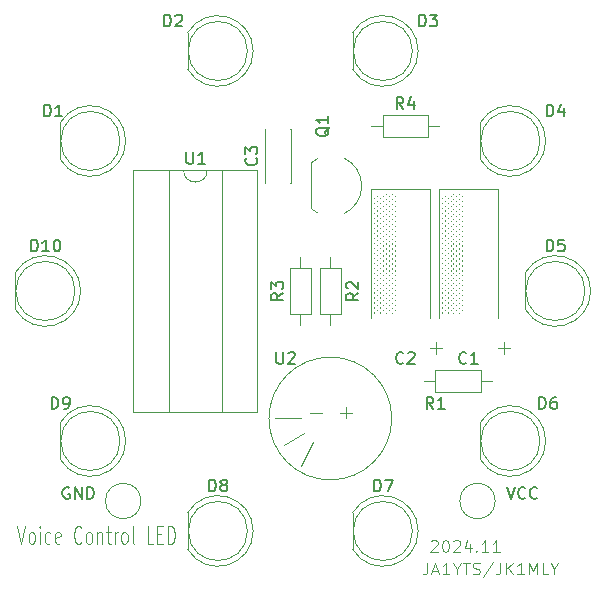
<source format=gbr>
%TF.GenerationSoftware,KiCad,Pcbnew,8.0.5*%
%TF.CreationDate,2024-11-23T09:58:25+09:00*%
%TF.ProjectId,voice4017,766f6963-6534-4303-9137-2e6b69636164,rev?*%
%TF.SameCoordinates,Original*%
%TF.FileFunction,Legend,Top*%
%TF.FilePolarity,Positive*%
%FSLAX46Y46*%
G04 Gerber Fmt 4.6, Leading zero omitted, Abs format (unit mm)*
G04 Created by KiCad (PCBNEW 8.0.5) date 2024-11-23 09:58:25*
%MOMM*%
%LPD*%
G01*
G04 APERTURE LIST*
%ADD10C,0.100000*%
%ADD11C,0.150000*%
%ADD12C,0.120000*%
G04 APERTURE END LIST*
D10*
X128431027Y-96101228D02*
X128764360Y-97601228D01*
X128764360Y-97601228D02*
X129097693Y-96101228D01*
X129573884Y-97601228D02*
X129478646Y-97529800D01*
X129478646Y-97529800D02*
X129431027Y-97458371D01*
X129431027Y-97458371D02*
X129383408Y-97315514D01*
X129383408Y-97315514D02*
X129383408Y-96886942D01*
X129383408Y-96886942D02*
X129431027Y-96744085D01*
X129431027Y-96744085D02*
X129478646Y-96672657D01*
X129478646Y-96672657D02*
X129573884Y-96601228D01*
X129573884Y-96601228D02*
X129716741Y-96601228D01*
X129716741Y-96601228D02*
X129811979Y-96672657D01*
X129811979Y-96672657D02*
X129859598Y-96744085D01*
X129859598Y-96744085D02*
X129907217Y-96886942D01*
X129907217Y-96886942D02*
X129907217Y-97315514D01*
X129907217Y-97315514D02*
X129859598Y-97458371D01*
X129859598Y-97458371D02*
X129811979Y-97529800D01*
X129811979Y-97529800D02*
X129716741Y-97601228D01*
X129716741Y-97601228D02*
X129573884Y-97601228D01*
X130335789Y-97601228D02*
X130335789Y-96601228D01*
X130335789Y-96101228D02*
X130288170Y-96172657D01*
X130288170Y-96172657D02*
X130335789Y-96244085D01*
X130335789Y-96244085D02*
X130383408Y-96172657D01*
X130383408Y-96172657D02*
X130335789Y-96101228D01*
X130335789Y-96101228D02*
X130335789Y-96244085D01*
X131240550Y-97529800D02*
X131145312Y-97601228D01*
X131145312Y-97601228D02*
X130954836Y-97601228D01*
X130954836Y-97601228D02*
X130859598Y-97529800D01*
X130859598Y-97529800D02*
X130811979Y-97458371D01*
X130811979Y-97458371D02*
X130764360Y-97315514D01*
X130764360Y-97315514D02*
X130764360Y-96886942D01*
X130764360Y-96886942D02*
X130811979Y-96744085D01*
X130811979Y-96744085D02*
X130859598Y-96672657D01*
X130859598Y-96672657D02*
X130954836Y-96601228D01*
X130954836Y-96601228D02*
X131145312Y-96601228D01*
X131145312Y-96601228D02*
X131240550Y-96672657D01*
X132050074Y-97529800D02*
X131954836Y-97601228D01*
X131954836Y-97601228D02*
X131764360Y-97601228D01*
X131764360Y-97601228D02*
X131669122Y-97529800D01*
X131669122Y-97529800D02*
X131621503Y-97386942D01*
X131621503Y-97386942D02*
X131621503Y-96815514D01*
X131621503Y-96815514D02*
X131669122Y-96672657D01*
X131669122Y-96672657D02*
X131764360Y-96601228D01*
X131764360Y-96601228D02*
X131954836Y-96601228D01*
X131954836Y-96601228D02*
X132050074Y-96672657D01*
X132050074Y-96672657D02*
X132097693Y-96815514D01*
X132097693Y-96815514D02*
X132097693Y-96958371D01*
X132097693Y-96958371D02*
X131621503Y-97101228D01*
X133859598Y-97458371D02*
X133811979Y-97529800D01*
X133811979Y-97529800D02*
X133669122Y-97601228D01*
X133669122Y-97601228D02*
X133573884Y-97601228D01*
X133573884Y-97601228D02*
X133431027Y-97529800D01*
X133431027Y-97529800D02*
X133335789Y-97386942D01*
X133335789Y-97386942D02*
X133288170Y-97244085D01*
X133288170Y-97244085D02*
X133240551Y-96958371D01*
X133240551Y-96958371D02*
X133240551Y-96744085D01*
X133240551Y-96744085D02*
X133288170Y-96458371D01*
X133288170Y-96458371D02*
X133335789Y-96315514D01*
X133335789Y-96315514D02*
X133431027Y-96172657D01*
X133431027Y-96172657D02*
X133573884Y-96101228D01*
X133573884Y-96101228D02*
X133669122Y-96101228D01*
X133669122Y-96101228D02*
X133811979Y-96172657D01*
X133811979Y-96172657D02*
X133859598Y-96244085D01*
X134431027Y-97601228D02*
X134335789Y-97529800D01*
X134335789Y-97529800D02*
X134288170Y-97458371D01*
X134288170Y-97458371D02*
X134240551Y-97315514D01*
X134240551Y-97315514D02*
X134240551Y-96886942D01*
X134240551Y-96886942D02*
X134288170Y-96744085D01*
X134288170Y-96744085D02*
X134335789Y-96672657D01*
X134335789Y-96672657D02*
X134431027Y-96601228D01*
X134431027Y-96601228D02*
X134573884Y-96601228D01*
X134573884Y-96601228D02*
X134669122Y-96672657D01*
X134669122Y-96672657D02*
X134716741Y-96744085D01*
X134716741Y-96744085D02*
X134764360Y-96886942D01*
X134764360Y-96886942D02*
X134764360Y-97315514D01*
X134764360Y-97315514D02*
X134716741Y-97458371D01*
X134716741Y-97458371D02*
X134669122Y-97529800D01*
X134669122Y-97529800D02*
X134573884Y-97601228D01*
X134573884Y-97601228D02*
X134431027Y-97601228D01*
X135192932Y-96601228D02*
X135192932Y-97601228D01*
X135192932Y-96744085D02*
X135240551Y-96672657D01*
X135240551Y-96672657D02*
X135335789Y-96601228D01*
X135335789Y-96601228D02*
X135478646Y-96601228D01*
X135478646Y-96601228D02*
X135573884Y-96672657D01*
X135573884Y-96672657D02*
X135621503Y-96815514D01*
X135621503Y-96815514D02*
X135621503Y-97601228D01*
X135954837Y-96601228D02*
X136335789Y-96601228D01*
X136097694Y-96101228D02*
X136097694Y-97386942D01*
X136097694Y-97386942D02*
X136145313Y-97529800D01*
X136145313Y-97529800D02*
X136240551Y-97601228D01*
X136240551Y-97601228D02*
X136335789Y-97601228D01*
X136669123Y-97601228D02*
X136669123Y-96601228D01*
X136669123Y-96886942D02*
X136716742Y-96744085D01*
X136716742Y-96744085D02*
X136764361Y-96672657D01*
X136764361Y-96672657D02*
X136859599Y-96601228D01*
X136859599Y-96601228D02*
X136954837Y-96601228D01*
X137431028Y-97601228D02*
X137335790Y-97529800D01*
X137335790Y-97529800D02*
X137288171Y-97458371D01*
X137288171Y-97458371D02*
X137240552Y-97315514D01*
X137240552Y-97315514D02*
X137240552Y-96886942D01*
X137240552Y-96886942D02*
X137288171Y-96744085D01*
X137288171Y-96744085D02*
X137335790Y-96672657D01*
X137335790Y-96672657D02*
X137431028Y-96601228D01*
X137431028Y-96601228D02*
X137573885Y-96601228D01*
X137573885Y-96601228D02*
X137669123Y-96672657D01*
X137669123Y-96672657D02*
X137716742Y-96744085D01*
X137716742Y-96744085D02*
X137764361Y-96886942D01*
X137764361Y-96886942D02*
X137764361Y-97315514D01*
X137764361Y-97315514D02*
X137716742Y-97458371D01*
X137716742Y-97458371D02*
X137669123Y-97529800D01*
X137669123Y-97529800D02*
X137573885Y-97601228D01*
X137573885Y-97601228D02*
X137431028Y-97601228D01*
X138335790Y-97601228D02*
X138240552Y-97529800D01*
X138240552Y-97529800D02*
X138192933Y-97386942D01*
X138192933Y-97386942D02*
X138192933Y-96101228D01*
X139954838Y-97601228D02*
X139478648Y-97601228D01*
X139478648Y-97601228D02*
X139478648Y-96101228D01*
X140288172Y-96815514D02*
X140621505Y-96815514D01*
X140764362Y-97601228D02*
X140288172Y-97601228D01*
X140288172Y-97601228D02*
X140288172Y-96101228D01*
X140288172Y-96101228D02*
X140764362Y-96101228D01*
X141192934Y-97601228D02*
X141192934Y-96101228D01*
X141192934Y-96101228D02*
X141431029Y-96101228D01*
X141431029Y-96101228D02*
X141573886Y-96172657D01*
X141573886Y-96172657D02*
X141669124Y-96315514D01*
X141669124Y-96315514D02*
X141716743Y-96458371D01*
X141716743Y-96458371D02*
X141764362Y-96744085D01*
X141764362Y-96744085D02*
X141764362Y-96958371D01*
X141764362Y-96958371D02*
X141716743Y-97244085D01*
X141716743Y-97244085D02*
X141669124Y-97386942D01*
X141669124Y-97386942D02*
X141573886Y-97529800D01*
X141573886Y-97529800D02*
X141431029Y-97601228D01*
X141431029Y-97601228D02*
X141192934Y-97601228D01*
X163149598Y-99202419D02*
X163149598Y-99916704D01*
X163149598Y-99916704D02*
X163101979Y-100059561D01*
X163101979Y-100059561D02*
X163006741Y-100154800D01*
X163006741Y-100154800D02*
X162863884Y-100202419D01*
X162863884Y-100202419D02*
X162768646Y-100202419D01*
X163578170Y-99916704D02*
X164054360Y-99916704D01*
X163482932Y-100202419D02*
X163816265Y-99202419D01*
X163816265Y-99202419D02*
X164149598Y-100202419D01*
X165006741Y-100202419D02*
X164435313Y-100202419D01*
X164721027Y-100202419D02*
X164721027Y-99202419D01*
X164721027Y-99202419D02*
X164625789Y-99345276D01*
X164625789Y-99345276D02*
X164530551Y-99440514D01*
X164530551Y-99440514D02*
X164435313Y-99488133D01*
X165625789Y-99726228D02*
X165625789Y-100202419D01*
X165292456Y-99202419D02*
X165625789Y-99726228D01*
X165625789Y-99726228D02*
X165959122Y-99202419D01*
X166149599Y-99202419D02*
X166721027Y-99202419D01*
X166435313Y-100202419D02*
X166435313Y-99202419D01*
X167006742Y-100154800D02*
X167149599Y-100202419D01*
X167149599Y-100202419D02*
X167387694Y-100202419D01*
X167387694Y-100202419D02*
X167482932Y-100154800D01*
X167482932Y-100154800D02*
X167530551Y-100107180D01*
X167530551Y-100107180D02*
X167578170Y-100011942D01*
X167578170Y-100011942D02*
X167578170Y-99916704D01*
X167578170Y-99916704D02*
X167530551Y-99821466D01*
X167530551Y-99821466D02*
X167482932Y-99773847D01*
X167482932Y-99773847D02*
X167387694Y-99726228D01*
X167387694Y-99726228D02*
X167197218Y-99678609D01*
X167197218Y-99678609D02*
X167101980Y-99630990D01*
X167101980Y-99630990D02*
X167054361Y-99583371D01*
X167054361Y-99583371D02*
X167006742Y-99488133D01*
X167006742Y-99488133D02*
X167006742Y-99392895D01*
X167006742Y-99392895D02*
X167054361Y-99297657D01*
X167054361Y-99297657D02*
X167101980Y-99250038D01*
X167101980Y-99250038D02*
X167197218Y-99202419D01*
X167197218Y-99202419D02*
X167435313Y-99202419D01*
X167435313Y-99202419D02*
X167578170Y-99250038D01*
X168721027Y-99154800D02*
X167863885Y-100440514D01*
X169340075Y-99202419D02*
X169340075Y-99916704D01*
X169340075Y-99916704D02*
X169292456Y-100059561D01*
X169292456Y-100059561D02*
X169197218Y-100154800D01*
X169197218Y-100154800D02*
X169054361Y-100202419D01*
X169054361Y-100202419D02*
X168959123Y-100202419D01*
X169816266Y-100202419D02*
X169816266Y-99202419D01*
X170387694Y-100202419D02*
X169959123Y-99630990D01*
X170387694Y-99202419D02*
X169816266Y-99773847D01*
X171340075Y-100202419D02*
X170768647Y-100202419D01*
X171054361Y-100202419D02*
X171054361Y-99202419D01*
X171054361Y-99202419D02*
X170959123Y-99345276D01*
X170959123Y-99345276D02*
X170863885Y-99440514D01*
X170863885Y-99440514D02*
X170768647Y-99488133D01*
X171768647Y-100202419D02*
X171768647Y-99202419D01*
X171768647Y-99202419D02*
X172101980Y-99916704D01*
X172101980Y-99916704D02*
X172435313Y-99202419D01*
X172435313Y-99202419D02*
X172435313Y-100202419D01*
X173387694Y-100202419D02*
X172911504Y-100202419D01*
X172911504Y-100202419D02*
X172911504Y-99202419D01*
X173911504Y-99726228D02*
X173911504Y-100202419D01*
X173578171Y-99202419D02*
X173911504Y-99726228D01*
X173911504Y-99726228D02*
X174244837Y-99202419D01*
X163451265Y-97392657D02*
X163498884Y-97345038D01*
X163498884Y-97345038D02*
X163594122Y-97297419D01*
X163594122Y-97297419D02*
X163832217Y-97297419D01*
X163832217Y-97297419D02*
X163927455Y-97345038D01*
X163927455Y-97345038D02*
X163975074Y-97392657D01*
X163975074Y-97392657D02*
X164022693Y-97487895D01*
X164022693Y-97487895D02*
X164022693Y-97583133D01*
X164022693Y-97583133D02*
X163975074Y-97725990D01*
X163975074Y-97725990D02*
X163403646Y-98297419D01*
X163403646Y-98297419D02*
X164022693Y-98297419D01*
X164641741Y-97297419D02*
X164736979Y-97297419D01*
X164736979Y-97297419D02*
X164832217Y-97345038D01*
X164832217Y-97345038D02*
X164879836Y-97392657D01*
X164879836Y-97392657D02*
X164927455Y-97487895D01*
X164927455Y-97487895D02*
X164975074Y-97678371D01*
X164975074Y-97678371D02*
X164975074Y-97916466D01*
X164975074Y-97916466D02*
X164927455Y-98106942D01*
X164927455Y-98106942D02*
X164879836Y-98202180D01*
X164879836Y-98202180D02*
X164832217Y-98249800D01*
X164832217Y-98249800D02*
X164736979Y-98297419D01*
X164736979Y-98297419D02*
X164641741Y-98297419D01*
X164641741Y-98297419D02*
X164546503Y-98249800D01*
X164546503Y-98249800D02*
X164498884Y-98202180D01*
X164498884Y-98202180D02*
X164451265Y-98106942D01*
X164451265Y-98106942D02*
X164403646Y-97916466D01*
X164403646Y-97916466D02*
X164403646Y-97678371D01*
X164403646Y-97678371D02*
X164451265Y-97487895D01*
X164451265Y-97487895D02*
X164498884Y-97392657D01*
X164498884Y-97392657D02*
X164546503Y-97345038D01*
X164546503Y-97345038D02*
X164641741Y-97297419D01*
X165356027Y-97392657D02*
X165403646Y-97345038D01*
X165403646Y-97345038D02*
X165498884Y-97297419D01*
X165498884Y-97297419D02*
X165736979Y-97297419D01*
X165736979Y-97297419D02*
X165832217Y-97345038D01*
X165832217Y-97345038D02*
X165879836Y-97392657D01*
X165879836Y-97392657D02*
X165927455Y-97487895D01*
X165927455Y-97487895D02*
X165927455Y-97583133D01*
X165927455Y-97583133D02*
X165879836Y-97725990D01*
X165879836Y-97725990D02*
X165308408Y-98297419D01*
X165308408Y-98297419D02*
X165927455Y-98297419D01*
X166784598Y-97630752D02*
X166784598Y-98297419D01*
X166546503Y-97249800D02*
X166308408Y-97964085D01*
X166308408Y-97964085D02*
X166927455Y-97964085D01*
X167308408Y-98202180D02*
X167356027Y-98249800D01*
X167356027Y-98249800D02*
X167308408Y-98297419D01*
X167308408Y-98297419D02*
X167260789Y-98249800D01*
X167260789Y-98249800D02*
X167308408Y-98202180D01*
X167308408Y-98202180D02*
X167308408Y-98297419D01*
X168308407Y-98297419D02*
X167736979Y-98297419D01*
X168022693Y-98297419D02*
X168022693Y-97297419D01*
X168022693Y-97297419D02*
X167927455Y-97440276D01*
X167927455Y-97440276D02*
X167832217Y-97535514D01*
X167832217Y-97535514D02*
X167736979Y-97583133D01*
X169260788Y-98297419D02*
X168689360Y-98297419D01*
X168975074Y-98297419D02*
X168975074Y-97297419D01*
X168975074Y-97297419D02*
X168879836Y-97440276D01*
X168879836Y-97440276D02*
X168784598Y-97535514D01*
X168784598Y-97535514D02*
X168689360Y-97583133D01*
D11*
X129595714Y-72844819D02*
X129595714Y-71844819D01*
X129595714Y-71844819D02*
X129833809Y-71844819D01*
X129833809Y-71844819D02*
X129976666Y-71892438D01*
X129976666Y-71892438D02*
X130071904Y-71987676D01*
X130071904Y-71987676D02*
X130119523Y-72082914D01*
X130119523Y-72082914D02*
X130167142Y-72273390D01*
X130167142Y-72273390D02*
X130167142Y-72416247D01*
X130167142Y-72416247D02*
X130119523Y-72606723D01*
X130119523Y-72606723D02*
X130071904Y-72701961D01*
X130071904Y-72701961D02*
X129976666Y-72797200D01*
X129976666Y-72797200D02*
X129833809Y-72844819D01*
X129833809Y-72844819D02*
X129595714Y-72844819D01*
X131119523Y-72844819D02*
X130548095Y-72844819D01*
X130833809Y-72844819D02*
X130833809Y-71844819D01*
X130833809Y-71844819D02*
X130738571Y-71987676D01*
X130738571Y-71987676D02*
X130643333Y-72082914D01*
X130643333Y-72082914D02*
X130548095Y-72130533D01*
X131738571Y-71844819D02*
X131833809Y-71844819D01*
X131833809Y-71844819D02*
X131929047Y-71892438D01*
X131929047Y-71892438D02*
X131976666Y-71940057D01*
X131976666Y-71940057D02*
X132024285Y-72035295D01*
X132024285Y-72035295D02*
X132071904Y-72225771D01*
X132071904Y-72225771D02*
X132071904Y-72463866D01*
X132071904Y-72463866D02*
X132024285Y-72654342D01*
X132024285Y-72654342D02*
X131976666Y-72749580D01*
X131976666Y-72749580D02*
X131929047Y-72797200D01*
X131929047Y-72797200D02*
X131833809Y-72844819D01*
X131833809Y-72844819D02*
X131738571Y-72844819D01*
X131738571Y-72844819D02*
X131643333Y-72797200D01*
X131643333Y-72797200D02*
X131595714Y-72749580D01*
X131595714Y-72749580D02*
X131548095Y-72654342D01*
X131548095Y-72654342D02*
X131500476Y-72463866D01*
X131500476Y-72463866D02*
X131500476Y-72225771D01*
X131500476Y-72225771D02*
X131548095Y-72035295D01*
X131548095Y-72035295D02*
X131595714Y-71940057D01*
X131595714Y-71940057D02*
X131643333Y-71892438D01*
X131643333Y-71892438D02*
X131738571Y-71844819D01*
X131341905Y-86179819D02*
X131341905Y-85179819D01*
X131341905Y-85179819D02*
X131580000Y-85179819D01*
X131580000Y-85179819D02*
X131722857Y-85227438D01*
X131722857Y-85227438D02*
X131818095Y-85322676D01*
X131818095Y-85322676D02*
X131865714Y-85417914D01*
X131865714Y-85417914D02*
X131913333Y-85608390D01*
X131913333Y-85608390D02*
X131913333Y-85751247D01*
X131913333Y-85751247D02*
X131865714Y-85941723D01*
X131865714Y-85941723D02*
X131818095Y-86036961D01*
X131818095Y-86036961D02*
X131722857Y-86132200D01*
X131722857Y-86132200D02*
X131580000Y-86179819D01*
X131580000Y-86179819D02*
X131341905Y-86179819D01*
X132389524Y-86179819D02*
X132580000Y-86179819D01*
X132580000Y-86179819D02*
X132675238Y-86132200D01*
X132675238Y-86132200D02*
X132722857Y-86084580D01*
X132722857Y-86084580D02*
X132818095Y-85941723D01*
X132818095Y-85941723D02*
X132865714Y-85751247D01*
X132865714Y-85751247D02*
X132865714Y-85370295D01*
X132865714Y-85370295D02*
X132818095Y-85275057D01*
X132818095Y-85275057D02*
X132770476Y-85227438D01*
X132770476Y-85227438D02*
X132675238Y-85179819D01*
X132675238Y-85179819D02*
X132484762Y-85179819D01*
X132484762Y-85179819D02*
X132389524Y-85227438D01*
X132389524Y-85227438D02*
X132341905Y-85275057D01*
X132341905Y-85275057D02*
X132294286Y-85370295D01*
X132294286Y-85370295D02*
X132294286Y-85608390D01*
X132294286Y-85608390D02*
X132341905Y-85703628D01*
X132341905Y-85703628D02*
X132389524Y-85751247D01*
X132389524Y-85751247D02*
X132484762Y-85798866D01*
X132484762Y-85798866D02*
X132675238Y-85798866D01*
X132675238Y-85798866D02*
X132770476Y-85751247D01*
X132770476Y-85751247D02*
X132818095Y-85703628D01*
X132818095Y-85703628D02*
X132865714Y-85608390D01*
X144676905Y-93164819D02*
X144676905Y-92164819D01*
X144676905Y-92164819D02*
X144915000Y-92164819D01*
X144915000Y-92164819D02*
X145057857Y-92212438D01*
X145057857Y-92212438D02*
X145153095Y-92307676D01*
X145153095Y-92307676D02*
X145200714Y-92402914D01*
X145200714Y-92402914D02*
X145248333Y-92593390D01*
X145248333Y-92593390D02*
X145248333Y-92736247D01*
X145248333Y-92736247D02*
X145200714Y-92926723D01*
X145200714Y-92926723D02*
X145153095Y-93021961D01*
X145153095Y-93021961D02*
X145057857Y-93117200D01*
X145057857Y-93117200D02*
X144915000Y-93164819D01*
X144915000Y-93164819D02*
X144676905Y-93164819D01*
X145819762Y-92593390D02*
X145724524Y-92545771D01*
X145724524Y-92545771D02*
X145676905Y-92498152D01*
X145676905Y-92498152D02*
X145629286Y-92402914D01*
X145629286Y-92402914D02*
X145629286Y-92355295D01*
X145629286Y-92355295D02*
X145676905Y-92260057D01*
X145676905Y-92260057D02*
X145724524Y-92212438D01*
X145724524Y-92212438D02*
X145819762Y-92164819D01*
X145819762Y-92164819D02*
X146010238Y-92164819D01*
X146010238Y-92164819D02*
X146105476Y-92212438D01*
X146105476Y-92212438D02*
X146153095Y-92260057D01*
X146153095Y-92260057D02*
X146200714Y-92355295D01*
X146200714Y-92355295D02*
X146200714Y-92402914D01*
X146200714Y-92402914D02*
X146153095Y-92498152D01*
X146153095Y-92498152D02*
X146105476Y-92545771D01*
X146105476Y-92545771D02*
X146010238Y-92593390D01*
X146010238Y-92593390D02*
X145819762Y-92593390D01*
X145819762Y-92593390D02*
X145724524Y-92641009D01*
X145724524Y-92641009D02*
X145676905Y-92688628D01*
X145676905Y-92688628D02*
X145629286Y-92783866D01*
X145629286Y-92783866D02*
X145629286Y-92974342D01*
X145629286Y-92974342D02*
X145676905Y-93069580D01*
X145676905Y-93069580D02*
X145724524Y-93117200D01*
X145724524Y-93117200D02*
X145819762Y-93164819D01*
X145819762Y-93164819D02*
X146010238Y-93164819D01*
X146010238Y-93164819D02*
X146105476Y-93117200D01*
X146105476Y-93117200D02*
X146153095Y-93069580D01*
X146153095Y-93069580D02*
X146200714Y-92974342D01*
X146200714Y-92974342D02*
X146200714Y-92783866D01*
X146200714Y-92783866D02*
X146153095Y-92688628D01*
X146153095Y-92688628D02*
X146105476Y-92641009D01*
X146105476Y-92641009D02*
X146010238Y-92593390D01*
X158646905Y-93164819D02*
X158646905Y-92164819D01*
X158646905Y-92164819D02*
X158885000Y-92164819D01*
X158885000Y-92164819D02*
X159027857Y-92212438D01*
X159027857Y-92212438D02*
X159123095Y-92307676D01*
X159123095Y-92307676D02*
X159170714Y-92402914D01*
X159170714Y-92402914D02*
X159218333Y-92593390D01*
X159218333Y-92593390D02*
X159218333Y-92736247D01*
X159218333Y-92736247D02*
X159170714Y-92926723D01*
X159170714Y-92926723D02*
X159123095Y-93021961D01*
X159123095Y-93021961D02*
X159027857Y-93117200D01*
X159027857Y-93117200D02*
X158885000Y-93164819D01*
X158885000Y-93164819D02*
X158646905Y-93164819D01*
X159551667Y-92164819D02*
X160218333Y-92164819D01*
X160218333Y-92164819D02*
X159789762Y-93164819D01*
X172616905Y-86179819D02*
X172616905Y-85179819D01*
X172616905Y-85179819D02*
X172855000Y-85179819D01*
X172855000Y-85179819D02*
X172997857Y-85227438D01*
X172997857Y-85227438D02*
X173093095Y-85322676D01*
X173093095Y-85322676D02*
X173140714Y-85417914D01*
X173140714Y-85417914D02*
X173188333Y-85608390D01*
X173188333Y-85608390D02*
X173188333Y-85751247D01*
X173188333Y-85751247D02*
X173140714Y-85941723D01*
X173140714Y-85941723D02*
X173093095Y-86036961D01*
X173093095Y-86036961D02*
X172997857Y-86132200D01*
X172997857Y-86132200D02*
X172855000Y-86179819D01*
X172855000Y-86179819D02*
X172616905Y-86179819D01*
X174045476Y-85179819D02*
X173855000Y-85179819D01*
X173855000Y-85179819D02*
X173759762Y-85227438D01*
X173759762Y-85227438D02*
X173712143Y-85275057D01*
X173712143Y-85275057D02*
X173616905Y-85417914D01*
X173616905Y-85417914D02*
X173569286Y-85608390D01*
X173569286Y-85608390D02*
X173569286Y-85989342D01*
X173569286Y-85989342D02*
X173616905Y-86084580D01*
X173616905Y-86084580D02*
X173664524Y-86132200D01*
X173664524Y-86132200D02*
X173759762Y-86179819D01*
X173759762Y-86179819D02*
X173950238Y-86179819D01*
X173950238Y-86179819D02*
X174045476Y-86132200D01*
X174045476Y-86132200D02*
X174093095Y-86084580D01*
X174093095Y-86084580D02*
X174140714Y-85989342D01*
X174140714Y-85989342D02*
X174140714Y-85751247D01*
X174140714Y-85751247D02*
X174093095Y-85656009D01*
X174093095Y-85656009D02*
X174045476Y-85608390D01*
X174045476Y-85608390D02*
X173950238Y-85560771D01*
X173950238Y-85560771D02*
X173759762Y-85560771D01*
X173759762Y-85560771D02*
X173664524Y-85608390D01*
X173664524Y-85608390D02*
X173616905Y-85656009D01*
X173616905Y-85656009D02*
X173569286Y-85751247D01*
X173251905Y-72844819D02*
X173251905Y-71844819D01*
X173251905Y-71844819D02*
X173490000Y-71844819D01*
X173490000Y-71844819D02*
X173632857Y-71892438D01*
X173632857Y-71892438D02*
X173728095Y-71987676D01*
X173728095Y-71987676D02*
X173775714Y-72082914D01*
X173775714Y-72082914D02*
X173823333Y-72273390D01*
X173823333Y-72273390D02*
X173823333Y-72416247D01*
X173823333Y-72416247D02*
X173775714Y-72606723D01*
X173775714Y-72606723D02*
X173728095Y-72701961D01*
X173728095Y-72701961D02*
X173632857Y-72797200D01*
X173632857Y-72797200D02*
X173490000Y-72844819D01*
X173490000Y-72844819D02*
X173251905Y-72844819D01*
X174728095Y-71844819D02*
X174251905Y-71844819D01*
X174251905Y-71844819D02*
X174204286Y-72321009D01*
X174204286Y-72321009D02*
X174251905Y-72273390D01*
X174251905Y-72273390D02*
X174347143Y-72225771D01*
X174347143Y-72225771D02*
X174585238Y-72225771D01*
X174585238Y-72225771D02*
X174680476Y-72273390D01*
X174680476Y-72273390D02*
X174728095Y-72321009D01*
X174728095Y-72321009D02*
X174775714Y-72416247D01*
X174775714Y-72416247D02*
X174775714Y-72654342D01*
X174775714Y-72654342D02*
X174728095Y-72749580D01*
X174728095Y-72749580D02*
X174680476Y-72797200D01*
X174680476Y-72797200D02*
X174585238Y-72844819D01*
X174585238Y-72844819D02*
X174347143Y-72844819D01*
X174347143Y-72844819D02*
X174251905Y-72797200D01*
X174251905Y-72797200D02*
X174204286Y-72749580D01*
X173251905Y-61414819D02*
X173251905Y-60414819D01*
X173251905Y-60414819D02*
X173490000Y-60414819D01*
X173490000Y-60414819D02*
X173632857Y-60462438D01*
X173632857Y-60462438D02*
X173728095Y-60557676D01*
X173728095Y-60557676D02*
X173775714Y-60652914D01*
X173775714Y-60652914D02*
X173823333Y-60843390D01*
X173823333Y-60843390D02*
X173823333Y-60986247D01*
X173823333Y-60986247D02*
X173775714Y-61176723D01*
X173775714Y-61176723D02*
X173728095Y-61271961D01*
X173728095Y-61271961D02*
X173632857Y-61367200D01*
X173632857Y-61367200D02*
X173490000Y-61414819D01*
X173490000Y-61414819D02*
X173251905Y-61414819D01*
X174680476Y-60748152D02*
X174680476Y-61414819D01*
X174442381Y-60367200D02*
X174204286Y-61081485D01*
X174204286Y-61081485D02*
X174823333Y-61081485D01*
X162456905Y-53794819D02*
X162456905Y-52794819D01*
X162456905Y-52794819D02*
X162695000Y-52794819D01*
X162695000Y-52794819D02*
X162837857Y-52842438D01*
X162837857Y-52842438D02*
X162933095Y-52937676D01*
X162933095Y-52937676D02*
X162980714Y-53032914D01*
X162980714Y-53032914D02*
X163028333Y-53223390D01*
X163028333Y-53223390D02*
X163028333Y-53366247D01*
X163028333Y-53366247D02*
X162980714Y-53556723D01*
X162980714Y-53556723D02*
X162933095Y-53651961D01*
X162933095Y-53651961D02*
X162837857Y-53747200D01*
X162837857Y-53747200D02*
X162695000Y-53794819D01*
X162695000Y-53794819D02*
X162456905Y-53794819D01*
X163361667Y-52794819D02*
X163980714Y-52794819D01*
X163980714Y-52794819D02*
X163647381Y-53175771D01*
X163647381Y-53175771D02*
X163790238Y-53175771D01*
X163790238Y-53175771D02*
X163885476Y-53223390D01*
X163885476Y-53223390D02*
X163933095Y-53271009D01*
X163933095Y-53271009D02*
X163980714Y-53366247D01*
X163980714Y-53366247D02*
X163980714Y-53604342D01*
X163980714Y-53604342D02*
X163933095Y-53699580D01*
X163933095Y-53699580D02*
X163885476Y-53747200D01*
X163885476Y-53747200D02*
X163790238Y-53794819D01*
X163790238Y-53794819D02*
X163504524Y-53794819D01*
X163504524Y-53794819D02*
X163409286Y-53747200D01*
X163409286Y-53747200D02*
X163361667Y-53699580D01*
X140866905Y-53794819D02*
X140866905Y-52794819D01*
X140866905Y-52794819D02*
X141105000Y-52794819D01*
X141105000Y-52794819D02*
X141247857Y-52842438D01*
X141247857Y-52842438D02*
X141343095Y-52937676D01*
X141343095Y-52937676D02*
X141390714Y-53032914D01*
X141390714Y-53032914D02*
X141438333Y-53223390D01*
X141438333Y-53223390D02*
X141438333Y-53366247D01*
X141438333Y-53366247D02*
X141390714Y-53556723D01*
X141390714Y-53556723D02*
X141343095Y-53651961D01*
X141343095Y-53651961D02*
X141247857Y-53747200D01*
X141247857Y-53747200D02*
X141105000Y-53794819D01*
X141105000Y-53794819D02*
X140866905Y-53794819D01*
X141819286Y-52890057D02*
X141866905Y-52842438D01*
X141866905Y-52842438D02*
X141962143Y-52794819D01*
X141962143Y-52794819D02*
X142200238Y-52794819D01*
X142200238Y-52794819D02*
X142295476Y-52842438D01*
X142295476Y-52842438D02*
X142343095Y-52890057D01*
X142343095Y-52890057D02*
X142390714Y-52985295D01*
X142390714Y-52985295D02*
X142390714Y-53080533D01*
X142390714Y-53080533D02*
X142343095Y-53223390D01*
X142343095Y-53223390D02*
X141771667Y-53794819D01*
X141771667Y-53794819D02*
X142390714Y-53794819D01*
X130706905Y-61414819D02*
X130706905Y-60414819D01*
X130706905Y-60414819D02*
X130945000Y-60414819D01*
X130945000Y-60414819D02*
X131087857Y-60462438D01*
X131087857Y-60462438D02*
X131183095Y-60557676D01*
X131183095Y-60557676D02*
X131230714Y-60652914D01*
X131230714Y-60652914D02*
X131278333Y-60843390D01*
X131278333Y-60843390D02*
X131278333Y-60986247D01*
X131278333Y-60986247D02*
X131230714Y-61176723D01*
X131230714Y-61176723D02*
X131183095Y-61271961D01*
X131183095Y-61271961D02*
X131087857Y-61367200D01*
X131087857Y-61367200D02*
X130945000Y-61414819D01*
X130945000Y-61414819D02*
X130706905Y-61414819D01*
X132230714Y-61414819D02*
X131659286Y-61414819D01*
X131945000Y-61414819D02*
X131945000Y-60414819D01*
X131945000Y-60414819D02*
X131849762Y-60557676D01*
X131849762Y-60557676D02*
X131754524Y-60652914D01*
X131754524Y-60652914D02*
X131659286Y-60700533D01*
X154855057Y-62325238D02*
X154807438Y-62420476D01*
X154807438Y-62420476D02*
X154712200Y-62515714D01*
X154712200Y-62515714D02*
X154569342Y-62658571D01*
X154569342Y-62658571D02*
X154521723Y-62753809D01*
X154521723Y-62753809D02*
X154521723Y-62849047D01*
X154759819Y-62801428D02*
X154712200Y-62896666D01*
X154712200Y-62896666D02*
X154616961Y-62991904D01*
X154616961Y-62991904D02*
X154426485Y-63039523D01*
X154426485Y-63039523D02*
X154093152Y-63039523D01*
X154093152Y-63039523D02*
X153902676Y-62991904D01*
X153902676Y-62991904D02*
X153807438Y-62896666D01*
X153807438Y-62896666D02*
X153759819Y-62801428D01*
X153759819Y-62801428D02*
X153759819Y-62610952D01*
X153759819Y-62610952D02*
X153807438Y-62515714D01*
X153807438Y-62515714D02*
X153902676Y-62420476D01*
X153902676Y-62420476D02*
X154093152Y-62372857D01*
X154093152Y-62372857D02*
X154426485Y-62372857D01*
X154426485Y-62372857D02*
X154616961Y-62420476D01*
X154616961Y-62420476D02*
X154712200Y-62515714D01*
X154712200Y-62515714D02*
X154759819Y-62610952D01*
X154759819Y-62610952D02*
X154759819Y-62801428D01*
X154759819Y-61420476D02*
X154759819Y-61991904D01*
X154759819Y-61706190D02*
X153759819Y-61706190D01*
X153759819Y-61706190D02*
X153902676Y-61801428D01*
X153902676Y-61801428D02*
X153997914Y-61896666D01*
X153997914Y-61896666D02*
X154045533Y-61991904D01*
X150368095Y-81369819D02*
X150368095Y-82179342D01*
X150368095Y-82179342D02*
X150415714Y-82274580D01*
X150415714Y-82274580D02*
X150463333Y-82322200D01*
X150463333Y-82322200D02*
X150558571Y-82369819D01*
X150558571Y-82369819D02*
X150749047Y-82369819D01*
X150749047Y-82369819D02*
X150844285Y-82322200D01*
X150844285Y-82322200D02*
X150891904Y-82274580D01*
X150891904Y-82274580D02*
X150939523Y-82179342D01*
X150939523Y-82179342D02*
X150939523Y-81369819D01*
X151368095Y-81465057D02*
X151415714Y-81417438D01*
X151415714Y-81417438D02*
X151510952Y-81369819D01*
X151510952Y-81369819D02*
X151749047Y-81369819D01*
X151749047Y-81369819D02*
X151844285Y-81417438D01*
X151844285Y-81417438D02*
X151891904Y-81465057D01*
X151891904Y-81465057D02*
X151939523Y-81560295D01*
X151939523Y-81560295D02*
X151939523Y-81655533D01*
X151939523Y-81655533D02*
X151891904Y-81798390D01*
X151891904Y-81798390D02*
X151320476Y-82369819D01*
X151320476Y-82369819D02*
X151939523Y-82369819D01*
X169876667Y-92799819D02*
X170210000Y-93799819D01*
X170210000Y-93799819D02*
X170543333Y-92799819D01*
X171448095Y-93704580D02*
X171400476Y-93752200D01*
X171400476Y-93752200D02*
X171257619Y-93799819D01*
X171257619Y-93799819D02*
X171162381Y-93799819D01*
X171162381Y-93799819D02*
X171019524Y-93752200D01*
X171019524Y-93752200D02*
X170924286Y-93656961D01*
X170924286Y-93656961D02*
X170876667Y-93561723D01*
X170876667Y-93561723D02*
X170829048Y-93371247D01*
X170829048Y-93371247D02*
X170829048Y-93228390D01*
X170829048Y-93228390D02*
X170876667Y-93037914D01*
X170876667Y-93037914D02*
X170924286Y-92942676D01*
X170924286Y-92942676D02*
X171019524Y-92847438D01*
X171019524Y-92847438D02*
X171162381Y-92799819D01*
X171162381Y-92799819D02*
X171257619Y-92799819D01*
X171257619Y-92799819D02*
X171400476Y-92847438D01*
X171400476Y-92847438D02*
X171448095Y-92895057D01*
X172448095Y-93704580D02*
X172400476Y-93752200D01*
X172400476Y-93752200D02*
X172257619Y-93799819D01*
X172257619Y-93799819D02*
X172162381Y-93799819D01*
X172162381Y-93799819D02*
X172019524Y-93752200D01*
X172019524Y-93752200D02*
X171924286Y-93656961D01*
X171924286Y-93656961D02*
X171876667Y-93561723D01*
X171876667Y-93561723D02*
X171829048Y-93371247D01*
X171829048Y-93371247D02*
X171829048Y-93228390D01*
X171829048Y-93228390D02*
X171876667Y-93037914D01*
X171876667Y-93037914D02*
X171924286Y-92942676D01*
X171924286Y-92942676D02*
X172019524Y-92847438D01*
X172019524Y-92847438D02*
X172162381Y-92799819D01*
X172162381Y-92799819D02*
X172257619Y-92799819D01*
X172257619Y-92799819D02*
X172400476Y-92847438D01*
X172400476Y-92847438D02*
X172448095Y-92895057D01*
X148654580Y-64936666D02*
X148702200Y-64984285D01*
X148702200Y-64984285D02*
X148749819Y-65127142D01*
X148749819Y-65127142D02*
X148749819Y-65222380D01*
X148749819Y-65222380D02*
X148702200Y-65365237D01*
X148702200Y-65365237D02*
X148606961Y-65460475D01*
X148606961Y-65460475D02*
X148511723Y-65508094D01*
X148511723Y-65508094D02*
X148321247Y-65555713D01*
X148321247Y-65555713D02*
X148178390Y-65555713D01*
X148178390Y-65555713D02*
X147987914Y-65508094D01*
X147987914Y-65508094D02*
X147892676Y-65460475D01*
X147892676Y-65460475D02*
X147797438Y-65365237D01*
X147797438Y-65365237D02*
X147749819Y-65222380D01*
X147749819Y-65222380D02*
X147749819Y-65127142D01*
X147749819Y-65127142D02*
X147797438Y-64984285D01*
X147797438Y-64984285D02*
X147845057Y-64936666D01*
X147749819Y-64603332D02*
X147749819Y-63984285D01*
X147749819Y-63984285D02*
X148130771Y-64317618D01*
X148130771Y-64317618D02*
X148130771Y-64174761D01*
X148130771Y-64174761D02*
X148178390Y-64079523D01*
X148178390Y-64079523D02*
X148226009Y-64031904D01*
X148226009Y-64031904D02*
X148321247Y-63984285D01*
X148321247Y-63984285D02*
X148559342Y-63984285D01*
X148559342Y-63984285D02*
X148654580Y-64031904D01*
X148654580Y-64031904D02*
X148702200Y-64079523D01*
X148702200Y-64079523D02*
X148749819Y-64174761D01*
X148749819Y-64174761D02*
X148749819Y-64460475D01*
X148749819Y-64460475D02*
X148702200Y-64555713D01*
X148702200Y-64555713D02*
X148654580Y-64603332D01*
X161123333Y-82274580D02*
X161075714Y-82322200D01*
X161075714Y-82322200D02*
X160932857Y-82369819D01*
X160932857Y-82369819D02*
X160837619Y-82369819D01*
X160837619Y-82369819D02*
X160694762Y-82322200D01*
X160694762Y-82322200D02*
X160599524Y-82226961D01*
X160599524Y-82226961D02*
X160551905Y-82131723D01*
X160551905Y-82131723D02*
X160504286Y-81941247D01*
X160504286Y-81941247D02*
X160504286Y-81798390D01*
X160504286Y-81798390D02*
X160551905Y-81607914D01*
X160551905Y-81607914D02*
X160599524Y-81512676D01*
X160599524Y-81512676D02*
X160694762Y-81417438D01*
X160694762Y-81417438D02*
X160837619Y-81369819D01*
X160837619Y-81369819D02*
X160932857Y-81369819D01*
X160932857Y-81369819D02*
X161075714Y-81417438D01*
X161075714Y-81417438D02*
X161123333Y-81465057D01*
X161504286Y-81465057D02*
X161551905Y-81417438D01*
X161551905Y-81417438D02*
X161647143Y-81369819D01*
X161647143Y-81369819D02*
X161885238Y-81369819D01*
X161885238Y-81369819D02*
X161980476Y-81417438D01*
X161980476Y-81417438D02*
X162028095Y-81465057D01*
X162028095Y-81465057D02*
X162075714Y-81560295D01*
X162075714Y-81560295D02*
X162075714Y-81655533D01*
X162075714Y-81655533D02*
X162028095Y-81798390D01*
X162028095Y-81798390D02*
X161456667Y-82369819D01*
X161456667Y-82369819D02*
X162075714Y-82369819D01*
X161123333Y-60779819D02*
X160790000Y-60303628D01*
X160551905Y-60779819D02*
X160551905Y-59779819D01*
X160551905Y-59779819D02*
X160932857Y-59779819D01*
X160932857Y-59779819D02*
X161028095Y-59827438D01*
X161028095Y-59827438D02*
X161075714Y-59875057D01*
X161075714Y-59875057D02*
X161123333Y-59970295D01*
X161123333Y-59970295D02*
X161123333Y-60113152D01*
X161123333Y-60113152D02*
X161075714Y-60208390D01*
X161075714Y-60208390D02*
X161028095Y-60256009D01*
X161028095Y-60256009D02*
X160932857Y-60303628D01*
X160932857Y-60303628D02*
X160551905Y-60303628D01*
X161980476Y-60113152D02*
X161980476Y-60779819D01*
X161742381Y-59732200D02*
X161504286Y-60446485D01*
X161504286Y-60446485D02*
X162123333Y-60446485D01*
X163663333Y-86179819D02*
X163330000Y-85703628D01*
X163091905Y-86179819D02*
X163091905Y-85179819D01*
X163091905Y-85179819D02*
X163472857Y-85179819D01*
X163472857Y-85179819D02*
X163568095Y-85227438D01*
X163568095Y-85227438D02*
X163615714Y-85275057D01*
X163615714Y-85275057D02*
X163663333Y-85370295D01*
X163663333Y-85370295D02*
X163663333Y-85513152D01*
X163663333Y-85513152D02*
X163615714Y-85608390D01*
X163615714Y-85608390D02*
X163568095Y-85656009D01*
X163568095Y-85656009D02*
X163472857Y-85703628D01*
X163472857Y-85703628D02*
X163091905Y-85703628D01*
X164615714Y-86179819D02*
X164044286Y-86179819D01*
X164330000Y-86179819D02*
X164330000Y-85179819D01*
X164330000Y-85179819D02*
X164234762Y-85322676D01*
X164234762Y-85322676D02*
X164139524Y-85417914D01*
X164139524Y-85417914D02*
X164044286Y-85465533D01*
X142748095Y-64434819D02*
X142748095Y-65244342D01*
X142748095Y-65244342D02*
X142795714Y-65339580D01*
X142795714Y-65339580D02*
X142843333Y-65387200D01*
X142843333Y-65387200D02*
X142938571Y-65434819D01*
X142938571Y-65434819D02*
X143129047Y-65434819D01*
X143129047Y-65434819D02*
X143224285Y-65387200D01*
X143224285Y-65387200D02*
X143271904Y-65339580D01*
X143271904Y-65339580D02*
X143319523Y-65244342D01*
X143319523Y-65244342D02*
X143319523Y-64434819D01*
X144319523Y-65434819D02*
X143748095Y-65434819D01*
X144033809Y-65434819D02*
X144033809Y-64434819D01*
X144033809Y-64434819D02*
X143938571Y-64577676D01*
X143938571Y-64577676D02*
X143843333Y-64672914D01*
X143843333Y-64672914D02*
X143748095Y-64720533D01*
X157299819Y-76366666D02*
X156823628Y-76699999D01*
X157299819Y-76938094D02*
X156299819Y-76938094D01*
X156299819Y-76938094D02*
X156299819Y-76557142D01*
X156299819Y-76557142D02*
X156347438Y-76461904D01*
X156347438Y-76461904D02*
X156395057Y-76414285D01*
X156395057Y-76414285D02*
X156490295Y-76366666D01*
X156490295Y-76366666D02*
X156633152Y-76366666D01*
X156633152Y-76366666D02*
X156728390Y-76414285D01*
X156728390Y-76414285D02*
X156776009Y-76461904D01*
X156776009Y-76461904D02*
X156823628Y-76557142D01*
X156823628Y-76557142D02*
X156823628Y-76938094D01*
X156395057Y-75985713D02*
X156347438Y-75938094D01*
X156347438Y-75938094D02*
X156299819Y-75842856D01*
X156299819Y-75842856D02*
X156299819Y-75604761D01*
X156299819Y-75604761D02*
X156347438Y-75509523D01*
X156347438Y-75509523D02*
X156395057Y-75461904D01*
X156395057Y-75461904D02*
X156490295Y-75414285D01*
X156490295Y-75414285D02*
X156585533Y-75414285D01*
X156585533Y-75414285D02*
X156728390Y-75461904D01*
X156728390Y-75461904D02*
X157299819Y-76033332D01*
X157299819Y-76033332D02*
X157299819Y-75414285D01*
X132828095Y-92847438D02*
X132732857Y-92799819D01*
X132732857Y-92799819D02*
X132590000Y-92799819D01*
X132590000Y-92799819D02*
X132447143Y-92847438D01*
X132447143Y-92847438D02*
X132351905Y-92942676D01*
X132351905Y-92942676D02*
X132304286Y-93037914D01*
X132304286Y-93037914D02*
X132256667Y-93228390D01*
X132256667Y-93228390D02*
X132256667Y-93371247D01*
X132256667Y-93371247D02*
X132304286Y-93561723D01*
X132304286Y-93561723D02*
X132351905Y-93656961D01*
X132351905Y-93656961D02*
X132447143Y-93752200D01*
X132447143Y-93752200D02*
X132590000Y-93799819D01*
X132590000Y-93799819D02*
X132685238Y-93799819D01*
X132685238Y-93799819D02*
X132828095Y-93752200D01*
X132828095Y-93752200D02*
X132875714Y-93704580D01*
X132875714Y-93704580D02*
X132875714Y-93371247D01*
X132875714Y-93371247D02*
X132685238Y-93371247D01*
X133304286Y-93799819D02*
X133304286Y-92799819D01*
X133304286Y-92799819D02*
X133875714Y-93799819D01*
X133875714Y-93799819D02*
X133875714Y-92799819D01*
X134351905Y-93799819D02*
X134351905Y-92799819D01*
X134351905Y-92799819D02*
X134590000Y-92799819D01*
X134590000Y-92799819D02*
X134732857Y-92847438D01*
X134732857Y-92847438D02*
X134828095Y-92942676D01*
X134828095Y-92942676D02*
X134875714Y-93037914D01*
X134875714Y-93037914D02*
X134923333Y-93228390D01*
X134923333Y-93228390D02*
X134923333Y-93371247D01*
X134923333Y-93371247D02*
X134875714Y-93561723D01*
X134875714Y-93561723D02*
X134828095Y-93656961D01*
X134828095Y-93656961D02*
X134732857Y-93752200D01*
X134732857Y-93752200D02*
X134590000Y-93799819D01*
X134590000Y-93799819D02*
X134351905Y-93799819D01*
X166445833Y-82274580D02*
X166398214Y-82322200D01*
X166398214Y-82322200D02*
X166255357Y-82369819D01*
X166255357Y-82369819D02*
X166160119Y-82369819D01*
X166160119Y-82369819D02*
X166017262Y-82322200D01*
X166017262Y-82322200D02*
X165922024Y-82226961D01*
X165922024Y-82226961D02*
X165874405Y-82131723D01*
X165874405Y-82131723D02*
X165826786Y-81941247D01*
X165826786Y-81941247D02*
X165826786Y-81798390D01*
X165826786Y-81798390D02*
X165874405Y-81607914D01*
X165874405Y-81607914D02*
X165922024Y-81512676D01*
X165922024Y-81512676D02*
X166017262Y-81417438D01*
X166017262Y-81417438D02*
X166160119Y-81369819D01*
X166160119Y-81369819D02*
X166255357Y-81369819D01*
X166255357Y-81369819D02*
X166398214Y-81417438D01*
X166398214Y-81417438D02*
X166445833Y-81465057D01*
X167398214Y-82369819D02*
X166826786Y-82369819D01*
X167112500Y-82369819D02*
X167112500Y-81369819D01*
X167112500Y-81369819D02*
X167017262Y-81512676D01*
X167017262Y-81512676D02*
X166922024Y-81607914D01*
X166922024Y-81607914D02*
X166826786Y-81655533D01*
X150934819Y-76366666D02*
X150458628Y-76699999D01*
X150934819Y-76938094D02*
X149934819Y-76938094D01*
X149934819Y-76938094D02*
X149934819Y-76557142D01*
X149934819Y-76557142D02*
X149982438Y-76461904D01*
X149982438Y-76461904D02*
X150030057Y-76414285D01*
X150030057Y-76414285D02*
X150125295Y-76366666D01*
X150125295Y-76366666D02*
X150268152Y-76366666D01*
X150268152Y-76366666D02*
X150363390Y-76414285D01*
X150363390Y-76414285D02*
X150411009Y-76461904D01*
X150411009Y-76461904D02*
X150458628Y-76557142D01*
X150458628Y-76557142D02*
X150458628Y-76938094D01*
X149934819Y-76033332D02*
X149934819Y-75414285D01*
X149934819Y-75414285D02*
X150315771Y-75747618D01*
X150315771Y-75747618D02*
X150315771Y-75604761D01*
X150315771Y-75604761D02*
X150363390Y-75509523D01*
X150363390Y-75509523D02*
X150411009Y-75461904D01*
X150411009Y-75461904D02*
X150506247Y-75414285D01*
X150506247Y-75414285D02*
X150744342Y-75414285D01*
X150744342Y-75414285D02*
X150839580Y-75461904D01*
X150839580Y-75461904D02*
X150887200Y-75509523D01*
X150887200Y-75509523D02*
X150934819Y-75604761D01*
X150934819Y-75604761D02*
X150934819Y-75890475D01*
X150934819Y-75890475D02*
X150887200Y-75985713D01*
X150887200Y-75985713D02*
X150839580Y-76033332D01*
D12*
%TO.C,D10*%
X128250000Y-74655000D02*
X128250000Y-77745000D01*
X128250000Y-74655170D02*
G75*
G02*
X133800000Y-76200462I2560000J-1544830D01*
G01*
X133800000Y-76199538D02*
G75*
G02*
X128250000Y-77744830I-2990000J-462D01*
G01*
X133310000Y-76200000D02*
G75*
G02*
X128310000Y-76200000I-2500000J0D01*
G01*
X128310000Y-76200000D02*
G75*
G02*
X133310000Y-76200000I2500000J0D01*
G01*
%TO.C,D9*%
X132060000Y-87355000D02*
X132060000Y-90445000D01*
X132060000Y-87355170D02*
G75*
G02*
X137610000Y-88900462I2560000J-1544830D01*
G01*
X137610000Y-88899538D02*
G75*
G02*
X132060000Y-90444830I-2990000J-462D01*
G01*
X137120000Y-88900000D02*
G75*
G02*
X132120000Y-88900000I-2500000J0D01*
G01*
X132120000Y-88900000D02*
G75*
G02*
X137120000Y-88900000I2500000J0D01*
G01*
%TO.C,D8*%
X142855000Y-94975000D02*
X142855000Y-98065000D01*
X142855000Y-94975170D02*
G75*
G02*
X148405000Y-96520462I2560000J-1544830D01*
G01*
X148405000Y-96519538D02*
G75*
G02*
X142855000Y-98064830I-2990000J-462D01*
G01*
X147915000Y-96520000D02*
G75*
G02*
X142915000Y-96520000I-2500000J0D01*
G01*
X142915000Y-96520000D02*
G75*
G02*
X147915000Y-96520000I2500000J0D01*
G01*
%TO.C,D7*%
X156820000Y-94975000D02*
X156820000Y-98065000D01*
X156820000Y-94975170D02*
G75*
G02*
X162370000Y-96520462I2560000J-1544830D01*
G01*
X162370000Y-96519538D02*
G75*
G02*
X156820000Y-98064830I-2990000J-462D01*
G01*
X161880000Y-96520000D02*
G75*
G02*
X156880000Y-96520000I-2500000J0D01*
G01*
X156880000Y-96520000D02*
G75*
G02*
X161880000Y-96520000I2500000J0D01*
G01*
%TO.C,D6*%
X167620000Y-87355000D02*
X167620000Y-90445000D01*
X167620000Y-87355170D02*
G75*
G02*
X173170000Y-88900462I2560000J-1544830D01*
G01*
X173170000Y-88899538D02*
G75*
G02*
X167620000Y-90444830I-2990000J-462D01*
G01*
X172680000Y-88900000D02*
G75*
G02*
X167680000Y-88900000I-2500000J0D01*
G01*
X167680000Y-88900000D02*
G75*
G02*
X172680000Y-88900000I2500000J0D01*
G01*
%TO.C,D5*%
X171430000Y-74655000D02*
X171430000Y-77745000D01*
X171430000Y-74655170D02*
G75*
G02*
X176980000Y-76200462I2560000J-1544830D01*
G01*
X176980000Y-76199538D02*
G75*
G02*
X171430000Y-77744830I-2990000J-462D01*
G01*
X176490000Y-76200000D02*
G75*
G02*
X171490000Y-76200000I-2500000J0D01*
G01*
X171490000Y-76200000D02*
G75*
G02*
X176490000Y-76200000I2500000J0D01*
G01*
%TO.C,D4*%
X167620000Y-61955000D02*
X167620000Y-65045000D01*
X167620000Y-61955170D02*
G75*
G02*
X173170000Y-63500462I2560000J-1544830D01*
G01*
X173170000Y-63499538D02*
G75*
G02*
X167620000Y-65044830I-2990000J-462D01*
G01*
X172680000Y-63500000D02*
G75*
G02*
X167680000Y-63500000I-2500000J0D01*
G01*
X167680000Y-63500000D02*
G75*
G02*
X172680000Y-63500000I2500000J0D01*
G01*
%TO.C,D3*%
X156825000Y-54335000D02*
X156825000Y-57425000D01*
X156825000Y-54335170D02*
G75*
G02*
X162375000Y-55880462I2560000J-1544830D01*
G01*
X162375000Y-55879538D02*
G75*
G02*
X156825000Y-57424830I-2990000J-462D01*
G01*
X161885000Y-55880000D02*
G75*
G02*
X156885000Y-55880000I-2500000J0D01*
G01*
X156885000Y-55880000D02*
G75*
G02*
X161885000Y-55880000I2500000J0D01*
G01*
%TO.C,D2*%
X142850000Y-54335000D02*
X142850000Y-57425000D01*
X142850000Y-54335170D02*
G75*
G02*
X148400000Y-55880462I2560000J-1544830D01*
G01*
X148400000Y-55879538D02*
G75*
G02*
X142850000Y-57424830I-2990000J-462D01*
G01*
X147910000Y-55880000D02*
G75*
G02*
X142910000Y-55880000I-2500000J0D01*
G01*
X142910000Y-55880000D02*
G75*
G02*
X147910000Y-55880000I2500000J0D01*
G01*
%TO.C,D1*%
X132060000Y-61955000D02*
X132060000Y-65045000D01*
X132060000Y-61955170D02*
G75*
G02*
X137610000Y-63500462I2560000J-1544830D01*
G01*
X137610000Y-63499538D02*
G75*
G02*
X132060000Y-65044830I-2990000J-462D01*
G01*
X137120000Y-63500000D02*
G75*
G02*
X132120000Y-63500000I-2500000J0D01*
G01*
X132120000Y-63500000D02*
G75*
G02*
X137120000Y-63500000I2500000J0D01*
G01*
%TO.C,Q1*%
X153298000Y-65360000D02*
X153298000Y-69210000D01*
X156096807Y-64943600D02*
G75*
G02*
X157598000Y-67300000I-1098807J-2356400D01*
G01*
X153298000Y-65360000D02*
G75*
G02*
X153875955Y-64977369I1700000J-1940000D01*
G01*
X157598000Y-67300000D02*
G75*
G02*
X156096807Y-69656400I-2600000J0D01*
G01*
X153885736Y-69602383D02*
G75*
G02*
X153298000Y-69210000I1112264J2302383D01*
G01*
D10*
%TO.C,U2*%
X150240000Y-86995000D02*
X152490000Y-86995000D01*
X150990000Y-89245000D02*
X152740000Y-88245000D01*
X152490000Y-90995000D02*
X153490000Y-88995000D01*
D12*
X154240000Y-86495000D02*
X153240000Y-86495000D01*
X156240000Y-85995000D02*
X156240000Y-86995000D01*
X156740000Y-86495000D02*
X155740000Y-86495000D01*
X160140000Y-86995000D02*
G75*
G02*
X149740000Y-86995000I-5200000J0D01*
G01*
X149740000Y-86995000D02*
G75*
G02*
X160140000Y-86995000I5200000J0D01*
G01*
%TO.C,J1*%
X168900000Y-93980000D02*
G75*
G02*
X165900000Y-93980000I-1500000J0D01*
G01*
X165900000Y-93980000D02*
G75*
G02*
X168900000Y-93980000I1500000J0D01*
G01*
%TO.C,C3*%
X149425000Y-67040000D02*
X149440000Y-67040000D01*
X149425000Y-67040000D02*
X149425000Y-62500000D01*
X151550000Y-67040000D02*
X151565000Y-67040000D01*
X151565000Y-67040000D02*
X151565000Y-62500000D01*
X149425000Y-62500000D02*
X149440000Y-62500000D01*
X151550000Y-62500000D02*
X151565000Y-62500000D01*
%TO.C,C2*%
X164397500Y-81027500D02*
X163397500Y-81027500D01*
X163897500Y-81527500D02*
X163897500Y-80527500D01*
D10*
X163397500Y-67527500D02*
X163397500Y-78527500D01*
X160397500Y-77827500D02*
X160397500Y-77807500D01*
X160397500Y-77407500D02*
X160397500Y-77387500D01*
X160397500Y-76987500D02*
X160397500Y-76967500D01*
X160397500Y-76567500D02*
X160397500Y-76547500D01*
X160397500Y-76147500D02*
X160397500Y-76127500D01*
X160397500Y-75727500D02*
X160397500Y-75707500D01*
X160397500Y-75307500D02*
X160397500Y-75287500D01*
X160397500Y-74887500D02*
X160397500Y-74867500D01*
X160397500Y-74467500D02*
X160397500Y-74447500D01*
X160397500Y-74047500D02*
X160397500Y-74027500D01*
X160397500Y-73627500D02*
X160397500Y-73607500D01*
X160397500Y-73207500D02*
X160397500Y-73187500D01*
X160397500Y-72787500D02*
X160397500Y-72767500D01*
X160397500Y-72367500D02*
X160397500Y-72347500D01*
X160397500Y-71947500D02*
X160397500Y-71927500D01*
X160397500Y-77827500D02*
X160397500Y-77807500D01*
X160397500Y-77407500D02*
X160397500Y-77387500D01*
X160397500Y-76987500D02*
X160397500Y-76967500D01*
X160397500Y-76567500D02*
X160397500Y-76547500D01*
X160397500Y-76147500D02*
X160397500Y-76127500D01*
X160397500Y-75727500D02*
X160397500Y-75707500D01*
X160397500Y-75307500D02*
X160397500Y-75287500D01*
X160397500Y-74887500D02*
X160397500Y-74867500D01*
X160397500Y-74467500D02*
X160397500Y-74447500D01*
X160397500Y-74047500D02*
X160397500Y-74027500D01*
X160397500Y-73627500D02*
X160397500Y-73607500D01*
X160397500Y-73207500D02*
X160397500Y-73187500D01*
X160397500Y-72787500D02*
X160397500Y-72767500D01*
X160397500Y-72367500D02*
X160397500Y-72347500D01*
X160397500Y-71947500D02*
X160397500Y-71927500D01*
X160397500Y-71527500D02*
X160397500Y-71507500D01*
X160397500Y-71107500D02*
X160397500Y-71087500D01*
X160397500Y-70687500D02*
X160397500Y-70667500D01*
X160397500Y-70267500D02*
X160397500Y-70247500D01*
X160397500Y-69847500D02*
X160397500Y-69827500D01*
X160397500Y-69427500D02*
X160397500Y-69407500D01*
X160397500Y-69007500D02*
X160397500Y-68987500D01*
X160397500Y-68587500D02*
X160397500Y-68567500D01*
X160397500Y-68167500D02*
X160397500Y-68147500D01*
X160147500Y-78077500D02*
X160147500Y-78057500D01*
X160147500Y-77657500D02*
X160147500Y-77637500D01*
X160147500Y-77237500D02*
X160147500Y-77217500D01*
X160147500Y-76817500D02*
X160147500Y-76797500D01*
X160147500Y-76397500D02*
X160147500Y-76377500D01*
X160147500Y-75977500D02*
X160147500Y-75957500D01*
X160147500Y-75557500D02*
X160147500Y-75537500D01*
X160147500Y-75137500D02*
X160147500Y-75117500D01*
X160147500Y-74717500D02*
X160147500Y-74697500D01*
X160147500Y-74297500D02*
X160147500Y-74277500D01*
X160147500Y-73877500D02*
X160147500Y-73857500D01*
X160147500Y-73457500D02*
X160147500Y-73437500D01*
X160147500Y-73037500D02*
X160147500Y-73017500D01*
X160147500Y-72617500D02*
X160147500Y-72597500D01*
X160147500Y-72197500D02*
X160147500Y-72177500D01*
X160147500Y-71777500D02*
X160147500Y-71757500D01*
X160147500Y-71357500D02*
X160147500Y-71337500D01*
X160147500Y-70937500D02*
X160147500Y-70917500D01*
X160147500Y-70517500D02*
X160147500Y-70497500D01*
X160147500Y-70097500D02*
X160147500Y-70077500D01*
X160147500Y-69677500D02*
X160147500Y-69657500D01*
X160147500Y-69257500D02*
X160147500Y-69237500D01*
X160147500Y-68837500D02*
X160147500Y-68817500D01*
X160147500Y-68417500D02*
X160147500Y-68397500D01*
X160147500Y-67997500D02*
X160147500Y-67977500D01*
X159897500Y-77827500D02*
X159897500Y-77807500D01*
X159897500Y-77407500D02*
X159897500Y-77387500D01*
X159897500Y-76987500D02*
X159897500Y-76967500D01*
X159897500Y-76567500D02*
X159897500Y-76547500D01*
X159897500Y-76147500D02*
X159897500Y-76127500D01*
X159897500Y-75727500D02*
X159897500Y-75707500D01*
X159897500Y-75307500D02*
X159897500Y-75287500D01*
X159897500Y-74887500D02*
X159897500Y-74867500D01*
X159897500Y-74467500D02*
X159897500Y-74447500D01*
X159897500Y-74047500D02*
X159897500Y-74027500D01*
X159897500Y-73627500D02*
X159897500Y-73607500D01*
X159897500Y-73207500D02*
X159897500Y-73187500D01*
X159897500Y-72787500D02*
X159897500Y-72767500D01*
X159897500Y-72367500D02*
X159897500Y-72347500D01*
X159897500Y-71947500D02*
X159897500Y-71927500D01*
X159897500Y-71527500D02*
X159897500Y-71507500D01*
X159897500Y-71107500D02*
X159897500Y-71087500D01*
X159897500Y-70687500D02*
X159897500Y-70667500D01*
X159897500Y-70267500D02*
X159897500Y-70247500D01*
X159897500Y-69847500D02*
X159897500Y-69827500D01*
X159897500Y-69427500D02*
X159897500Y-69407500D01*
X159897500Y-69007500D02*
X159897500Y-68987500D01*
X159897500Y-68587500D02*
X159897500Y-68567500D01*
X159897500Y-68167500D02*
X159897500Y-68147500D01*
X159647500Y-78077500D02*
X159647500Y-78057500D01*
X159647500Y-77657500D02*
X159647500Y-77637500D01*
X159647500Y-77237500D02*
X159647500Y-77217500D01*
X159647500Y-76817500D02*
X159647500Y-76797500D01*
X159647500Y-76397500D02*
X159647500Y-76377500D01*
X159647500Y-75977500D02*
X159647500Y-75957500D01*
X159647500Y-75557500D02*
X159647500Y-75537500D01*
X159647500Y-75137500D02*
X159647500Y-75117500D01*
X159647500Y-74717500D02*
X159647500Y-74697500D01*
X159647500Y-74297500D02*
X159647500Y-74277500D01*
X159647500Y-73877500D02*
X159647500Y-73857500D01*
X159647500Y-73457500D02*
X159647500Y-73437500D01*
X159647500Y-73037500D02*
X159647500Y-73017500D01*
X159647500Y-72617500D02*
X159647500Y-72597500D01*
X159647500Y-72197500D02*
X159647500Y-72177500D01*
X159647500Y-71777500D02*
X159647500Y-71757500D01*
X159647500Y-71357500D02*
X159647500Y-71337500D01*
X159647500Y-70937500D02*
X159647500Y-70917500D01*
X159647500Y-70517500D02*
X159647500Y-70497500D01*
X159647500Y-70097500D02*
X159647500Y-70077500D01*
X159647500Y-69677500D02*
X159647500Y-69657500D01*
X159647500Y-69257500D02*
X159647500Y-69237500D01*
X159647500Y-68837500D02*
X159647500Y-68817500D01*
X159647500Y-68417500D02*
X159647500Y-68397500D01*
X159647500Y-67997500D02*
X159647500Y-67977500D01*
X159397500Y-77827500D02*
X159397500Y-77807500D01*
X159397500Y-77407500D02*
X159397500Y-77387500D01*
X159397500Y-76987500D02*
X159397500Y-76967500D01*
X159397500Y-76567500D02*
X159397500Y-76547500D01*
X159397500Y-76147500D02*
X159397500Y-76127500D01*
X159397500Y-75727500D02*
X159397500Y-75707500D01*
X159397500Y-75307500D02*
X159397500Y-75287500D01*
X159397500Y-74887500D02*
X159397500Y-74867500D01*
X159397500Y-74467500D02*
X159397500Y-74447500D01*
X159397500Y-74047500D02*
X159397500Y-74027500D01*
X159397500Y-73627500D02*
X159397500Y-73607500D01*
X159397500Y-73207500D02*
X159397500Y-73187500D01*
X159397500Y-72787500D02*
X159397500Y-72767500D01*
X159397500Y-72367500D02*
X159397500Y-72347500D01*
X159397500Y-71947500D02*
X159397500Y-71927500D01*
X159397500Y-71527500D02*
X159397500Y-71507500D01*
X159397500Y-71107500D02*
X159397500Y-71087500D01*
X159397500Y-70687500D02*
X159397500Y-70667500D01*
X159397500Y-70267500D02*
X159397500Y-70247500D01*
X159397500Y-69847500D02*
X159397500Y-69827500D01*
X159397500Y-69427500D02*
X159397500Y-69407500D01*
X159397500Y-69007500D02*
X159397500Y-68987500D01*
X159397500Y-68587500D02*
X159397500Y-68567500D01*
X159397500Y-68167500D02*
X159397500Y-68147500D01*
X159147500Y-78027500D02*
X159147500Y-78007500D01*
X159147500Y-77607500D02*
X159147500Y-77587500D01*
X159147500Y-77187500D02*
X159147500Y-77167500D01*
X159147500Y-76767500D02*
X159147500Y-76747500D01*
X159147500Y-76347500D02*
X159147500Y-76327500D01*
X159147500Y-75927500D02*
X159147500Y-75907500D01*
X159147500Y-75507500D02*
X159147500Y-75487500D01*
X159147500Y-75087500D02*
X159147500Y-75067500D01*
X159147500Y-74667500D02*
X159147500Y-74647500D01*
X159147500Y-74247500D02*
X159147500Y-74227500D01*
X159147500Y-73827500D02*
X159147500Y-73807500D01*
X159147500Y-73407500D02*
X159147500Y-73387500D01*
X159147500Y-72987500D02*
X159147500Y-72967500D01*
X159147500Y-72567500D02*
X159147500Y-72547500D01*
X159147500Y-72147500D02*
X159147500Y-72127500D01*
X159147500Y-71727500D02*
X159147500Y-71707500D01*
X159147500Y-71307500D02*
X159147500Y-71287500D01*
X159147500Y-70887500D02*
X159147500Y-70867500D01*
X159147500Y-70467500D02*
X159147500Y-70447500D01*
X159147500Y-70047500D02*
X159147500Y-70027500D01*
X159147500Y-69627500D02*
X159147500Y-69607500D01*
X159147500Y-69207500D02*
X159147500Y-69187500D01*
X159147500Y-68787500D02*
X159147500Y-68767500D01*
X159147500Y-68367500D02*
X159147500Y-68347500D01*
X158897500Y-77802500D02*
X158897500Y-77782500D01*
X158897500Y-77382500D02*
X158897500Y-77362500D01*
X158897500Y-76962500D02*
X158897500Y-76942500D01*
X158897500Y-76542500D02*
X158897500Y-76522500D01*
X158897500Y-76122500D02*
X158897500Y-76102500D01*
X158897500Y-75702500D02*
X158897500Y-75682500D01*
X158897500Y-75282500D02*
X158897500Y-75262500D01*
X158897500Y-74862500D02*
X158897500Y-74842500D01*
X158897500Y-74442500D02*
X158897500Y-74422500D01*
X158897500Y-74022500D02*
X158897500Y-74002500D01*
X158897500Y-73602500D02*
X158897500Y-73582500D01*
X158897500Y-73182500D02*
X158897500Y-73162500D01*
X158897500Y-72762500D02*
X158897500Y-72742500D01*
X158897500Y-72342500D02*
X158897500Y-72322500D01*
X158897500Y-71922500D02*
X158897500Y-71902500D01*
X158897500Y-71502500D02*
X158897500Y-71482500D01*
X158897500Y-71082500D02*
X158897500Y-71062500D01*
X158897500Y-70662500D02*
X158897500Y-70642500D01*
X158897500Y-70242500D02*
X158897500Y-70222500D01*
X158897500Y-69822500D02*
X158897500Y-69802500D01*
X158897500Y-69402500D02*
X158897500Y-69382500D01*
X158897500Y-68982500D02*
X158897500Y-68962500D01*
X158897500Y-68562500D02*
X158897500Y-68542500D01*
X158897500Y-68142500D02*
X158897500Y-68122500D01*
X158647500Y-78027500D02*
X158647500Y-78007500D01*
X158647500Y-77607500D02*
X158647500Y-77587500D01*
X158647500Y-77187500D02*
X158647500Y-77167500D01*
X158647500Y-76767500D02*
X158647500Y-76747500D01*
X158647500Y-76347500D02*
X158647500Y-76327500D01*
X158647500Y-75927500D02*
X158647500Y-75907500D01*
X158647500Y-75507500D02*
X158647500Y-75487500D01*
X158647500Y-75087500D02*
X158647500Y-75067500D01*
X158647500Y-74667500D02*
X158647500Y-74647500D01*
X158647500Y-74247500D02*
X158647500Y-74227500D01*
X158647500Y-73827500D02*
X158647500Y-73807500D01*
X158647500Y-73407500D02*
X158647500Y-73387500D01*
X158647500Y-72987500D02*
X158647500Y-72967500D01*
X158647500Y-72567500D02*
X158647500Y-72547500D01*
X158647500Y-72147500D02*
X158647500Y-72127500D01*
X158647500Y-71727500D02*
X158647500Y-71707500D01*
X158647500Y-71307500D02*
X158647500Y-71287500D01*
X158647500Y-70887500D02*
X158647500Y-70867500D01*
X158647500Y-70467500D02*
X158647500Y-70447500D01*
X158647500Y-70047500D02*
X158647500Y-70027500D01*
X158647500Y-69627500D02*
X158647500Y-69607500D01*
X158647500Y-69207500D02*
X158647500Y-69187500D01*
X158647500Y-68787500D02*
X158647500Y-68767500D01*
X158647500Y-68367500D02*
X158647500Y-68347500D01*
X158397500Y-78527500D02*
X158397500Y-67527500D01*
X158397500Y-67527500D02*
X163397500Y-67527500D01*
D12*
%TO.C,R4*%
X164160000Y-62230000D02*
X163210000Y-62230000D01*
X163210000Y-63150000D02*
X163210000Y-61310000D01*
X163210000Y-61310000D02*
X159370000Y-61310000D01*
X159370000Y-63150000D02*
X163210000Y-63150000D01*
X159370000Y-61310000D02*
X159370000Y-63150000D01*
X158420000Y-62230000D02*
X159370000Y-62230000D01*
%TO.C,R1*%
X168605000Y-83820000D02*
X167655000Y-83820000D01*
X167655000Y-84740000D02*
X167655000Y-82900000D01*
X167655000Y-82900000D02*
X163815000Y-82900000D01*
X163815000Y-84740000D02*
X167655000Y-84740000D01*
X163815000Y-82900000D02*
X163815000Y-84740000D01*
X162865000Y-83820000D02*
X163815000Y-83820000D01*
%TO.C,U1*%
X138260000Y-65920000D02*
X138260000Y-86480000D01*
X138260000Y-86480000D02*
X148760000Y-86480000D01*
X141260000Y-65980000D02*
X141260000Y-86420000D01*
X141260000Y-86420000D02*
X145760000Y-86420000D01*
X142510000Y-65980000D02*
X141260000Y-65980000D01*
X145760000Y-65980000D02*
X144510000Y-65980000D01*
X145760000Y-86420000D02*
X145760000Y-65980000D01*
X148760000Y-65920000D02*
X138260000Y-65920000D01*
X148760000Y-86480000D02*
X148760000Y-65920000D01*
X144510000Y-65980000D02*
G75*
G02*
X142510000Y-65980000I-1000000J0D01*
G01*
%TO.C,R2*%
X154940000Y-79070000D02*
X154940000Y-78120000D01*
X154020000Y-78120000D02*
X155860000Y-78120000D01*
X155860000Y-78120000D02*
X155860000Y-74280000D01*
X154020000Y-74280000D02*
X154020000Y-78120000D01*
X155860000Y-74280000D02*
X154020000Y-74280000D01*
X154940000Y-73330000D02*
X154940000Y-74280000D01*
%TO.C,J2*%
X138900000Y-93980000D02*
G75*
G02*
X135900000Y-93980000I-1500000J0D01*
G01*
X135900000Y-93980000D02*
G75*
G02*
X138900000Y-93980000I1500000J0D01*
G01*
%TO.C,C1*%
X170112500Y-81027500D02*
X169112500Y-81027500D01*
X169612500Y-81527500D02*
X169612500Y-80527500D01*
D10*
X169112500Y-67527500D02*
X169112500Y-78527500D01*
X166112500Y-77827500D02*
X166112500Y-77807500D01*
X166112500Y-77407500D02*
X166112500Y-77387500D01*
X166112500Y-76987500D02*
X166112500Y-76967500D01*
X166112500Y-76567500D02*
X166112500Y-76547500D01*
X166112500Y-76147500D02*
X166112500Y-76127500D01*
X166112500Y-75727500D02*
X166112500Y-75707500D01*
X166112500Y-75307500D02*
X166112500Y-75287500D01*
X166112500Y-74887500D02*
X166112500Y-74867500D01*
X166112500Y-74467500D02*
X166112500Y-74447500D01*
X166112500Y-74047500D02*
X166112500Y-74027500D01*
X166112500Y-73627500D02*
X166112500Y-73607500D01*
X166112500Y-73207500D02*
X166112500Y-73187500D01*
X166112500Y-72787500D02*
X166112500Y-72767500D01*
X166112500Y-72367500D02*
X166112500Y-72347500D01*
X166112500Y-71947500D02*
X166112500Y-71927500D01*
X166112500Y-77827500D02*
X166112500Y-77807500D01*
X166112500Y-77407500D02*
X166112500Y-77387500D01*
X166112500Y-76987500D02*
X166112500Y-76967500D01*
X166112500Y-76567500D02*
X166112500Y-76547500D01*
X166112500Y-76147500D02*
X166112500Y-76127500D01*
X166112500Y-75727500D02*
X166112500Y-75707500D01*
X166112500Y-75307500D02*
X166112500Y-75287500D01*
X166112500Y-74887500D02*
X166112500Y-74867500D01*
X166112500Y-74467500D02*
X166112500Y-74447500D01*
X166112500Y-74047500D02*
X166112500Y-74027500D01*
X166112500Y-73627500D02*
X166112500Y-73607500D01*
X166112500Y-73207500D02*
X166112500Y-73187500D01*
X166112500Y-72787500D02*
X166112500Y-72767500D01*
X166112500Y-72367500D02*
X166112500Y-72347500D01*
X166112500Y-71947500D02*
X166112500Y-71927500D01*
X166112500Y-71527500D02*
X166112500Y-71507500D01*
X166112500Y-71107500D02*
X166112500Y-71087500D01*
X166112500Y-70687500D02*
X166112500Y-70667500D01*
X166112500Y-70267500D02*
X166112500Y-70247500D01*
X166112500Y-69847500D02*
X166112500Y-69827500D01*
X166112500Y-69427500D02*
X166112500Y-69407500D01*
X166112500Y-69007500D02*
X166112500Y-68987500D01*
X166112500Y-68587500D02*
X166112500Y-68567500D01*
X166112500Y-68167500D02*
X166112500Y-68147500D01*
X165862500Y-78077500D02*
X165862500Y-78057500D01*
X165862500Y-77657500D02*
X165862500Y-77637500D01*
X165862500Y-77237500D02*
X165862500Y-77217500D01*
X165862500Y-76817500D02*
X165862500Y-76797500D01*
X165862500Y-76397500D02*
X165862500Y-76377500D01*
X165862500Y-75977500D02*
X165862500Y-75957500D01*
X165862500Y-75557500D02*
X165862500Y-75537500D01*
X165862500Y-75137500D02*
X165862500Y-75117500D01*
X165862500Y-74717500D02*
X165862500Y-74697500D01*
X165862500Y-74297500D02*
X165862500Y-74277500D01*
X165862500Y-73877500D02*
X165862500Y-73857500D01*
X165862500Y-73457500D02*
X165862500Y-73437500D01*
X165862500Y-73037500D02*
X165862500Y-73017500D01*
X165862500Y-72617500D02*
X165862500Y-72597500D01*
X165862500Y-72197500D02*
X165862500Y-72177500D01*
X165862500Y-71777500D02*
X165862500Y-71757500D01*
X165862500Y-71357500D02*
X165862500Y-71337500D01*
X165862500Y-70937500D02*
X165862500Y-70917500D01*
X165862500Y-70517500D02*
X165862500Y-70497500D01*
X165862500Y-70097500D02*
X165862500Y-70077500D01*
X165862500Y-69677500D02*
X165862500Y-69657500D01*
X165862500Y-69257500D02*
X165862500Y-69237500D01*
X165862500Y-68837500D02*
X165862500Y-68817500D01*
X165862500Y-68417500D02*
X165862500Y-68397500D01*
X165862500Y-67997500D02*
X165862500Y-67977500D01*
X165612500Y-77827500D02*
X165612500Y-77807500D01*
X165612500Y-77407500D02*
X165612500Y-77387500D01*
X165612500Y-76987500D02*
X165612500Y-76967500D01*
X165612500Y-76567500D02*
X165612500Y-76547500D01*
X165612500Y-76147500D02*
X165612500Y-76127500D01*
X165612500Y-75727500D02*
X165612500Y-75707500D01*
X165612500Y-75307500D02*
X165612500Y-75287500D01*
X165612500Y-74887500D02*
X165612500Y-74867500D01*
X165612500Y-74467500D02*
X165612500Y-74447500D01*
X165612500Y-74047500D02*
X165612500Y-74027500D01*
X165612500Y-73627500D02*
X165612500Y-73607500D01*
X165612500Y-73207500D02*
X165612500Y-73187500D01*
X165612500Y-72787500D02*
X165612500Y-72767500D01*
X165612500Y-72367500D02*
X165612500Y-72347500D01*
X165612500Y-71947500D02*
X165612500Y-71927500D01*
X165612500Y-71527500D02*
X165612500Y-71507500D01*
X165612500Y-71107500D02*
X165612500Y-71087500D01*
X165612500Y-70687500D02*
X165612500Y-70667500D01*
X165612500Y-70267500D02*
X165612500Y-70247500D01*
X165612500Y-69847500D02*
X165612500Y-69827500D01*
X165612500Y-69427500D02*
X165612500Y-69407500D01*
X165612500Y-69007500D02*
X165612500Y-68987500D01*
X165612500Y-68587500D02*
X165612500Y-68567500D01*
X165612500Y-68167500D02*
X165612500Y-68147500D01*
X165362500Y-78077500D02*
X165362500Y-78057500D01*
X165362500Y-77657500D02*
X165362500Y-77637500D01*
X165362500Y-77237500D02*
X165362500Y-77217500D01*
X165362500Y-76817500D02*
X165362500Y-76797500D01*
X165362500Y-76397500D02*
X165362500Y-76377500D01*
X165362500Y-75977500D02*
X165362500Y-75957500D01*
X165362500Y-75557500D02*
X165362500Y-75537500D01*
X165362500Y-75137500D02*
X165362500Y-75117500D01*
X165362500Y-74717500D02*
X165362500Y-74697500D01*
X165362500Y-74297500D02*
X165362500Y-74277500D01*
X165362500Y-73877500D02*
X165362500Y-73857500D01*
X165362500Y-73457500D02*
X165362500Y-73437500D01*
X165362500Y-73037500D02*
X165362500Y-73017500D01*
X165362500Y-72617500D02*
X165362500Y-72597500D01*
X165362500Y-72197500D02*
X165362500Y-72177500D01*
X165362500Y-71777500D02*
X165362500Y-71757500D01*
X165362500Y-71357500D02*
X165362500Y-71337500D01*
X165362500Y-70937500D02*
X165362500Y-70917500D01*
X165362500Y-70517500D02*
X165362500Y-70497500D01*
X165362500Y-70097500D02*
X165362500Y-70077500D01*
X165362500Y-69677500D02*
X165362500Y-69657500D01*
X165362500Y-69257500D02*
X165362500Y-69237500D01*
X165362500Y-68837500D02*
X165362500Y-68817500D01*
X165362500Y-68417500D02*
X165362500Y-68397500D01*
X165362500Y-67997500D02*
X165362500Y-67977500D01*
X165112500Y-77827500D02*
X165112500Y-77807500D01*
X165112500Y-77407500D02*
X165112500Y-77387500D01*
X165112500Y-76987500D02*
X165112500Y-76967500D01*
X165112500Y-76567500D02*
X165112500Y-76547500D01*
X165112500Y-76147500D02*
X165112500Y-76127500D01*
X165112500Y-75727500D02*
X165112500Y-75707500D01*
X165112500Y-75307500D02*
X165112500Y-75287500D01*
X165112500Y-74887500D02*
X165112500Y-74867500D01*
X165112500Y-74467500D02*
X165112500Y-74447500D01*
X165112500Y-74047500D02*
X165112500Y-74027500D01*
X165112500Y-73627500D02*
X165112500Y-73607500D01*
X165112500Y-73207500D02*
X165112500Y-73187500D01*
X165112500Y-72787500D02*
X165112500Y-72767500D01*
X165112500Y-72367500D02*
X165112500Y-72347500D01*
X165112500Y-71947500D02*
X165112500Y-71927500D01*
X165112500Y-71527500D02*
X165112500Y-71507500D01*
X165112500Y-71107500D02*
X165112500Y-71087500D01*
X165112500Y-70687500D02*
X165112500Y-70667500D01*
X165112500Y-70267500D02*
X165112500Y-70247500D01*
X165112500Y-69847500D02*
X165112500Y-69827500D01*
X165112500Y-69427500D02*
X165112500Y-69407500D01*
X165112500Y-69007500D02*
X165112500Y-68987500D01*
X165112500Y-68587500D02*
X165112500Y-68567500D01*
X165112500Y-68167500D02*
X165112500Y-68147500D01*
X164862500Y-78027500D02*
X164862500Y-78007500D01*
X164862500Y-77607500D02*
X164862500Y-77587500D01*
X164862500Y-77187500D02*
X164862500Y-77167500D01*
X164862500Y-76767500D02*
X164862500Y-76747500D01*
X164862500Y-76347500D02*
X164862500Y-76327500D01*
X164862500Y-75927500D02*
X164862500Y-75907500D01*
X164862500Y-75507500D02*
X164862500Y-75487500D01*
X164862500Y-75087500D02*
X164862500Y-75067500D01*
X164862500Y-74667500D02*
X164862500Y-74647500D01*
X164862500Y-74247500D02*
X164862500Y-74227500D01*
X164862500Y-73827500D02*
X164862500Y-73807500D01*
X164862500Y-73407500D02*
X164862500Y-73387500D01*
X164862500Y-72987500D02*
X164862500Y-72967500D01*
X164862500Y-72567500D02*
X164862500Y-72547500D01*
X164862500Y-72147500D02*
X164862500Y-72127500D01*
X164862500Y-71727500D02*
X164862500Y-71707500D01*
X164862500Y-71307500D02*
X164862500Y-71287500D01*
X164862500Y-70887500D02*
X164862500Y-70867500D01*
X164862500Y-70467500D02*
X164862500Y-70447500D01*
X164862500Y-70047500D02*
X164862500Y-70027500D01*
X164862500Y-69627500D02*
X164862500Y-69607500D01*
X164862500Y-69207500D02*
X164862500Y-69187500D01*
X164862500Y-68787500D02*
X164862500Y-68767500D01*
X164862500Y-68367500D02*
X164862500Y-68347500D01*
X164612500Y-77802500D02*
X164612500Y-77782500D01*
X164612500Y-77382500D02*
X164612500Y-77362500D01*
X164612500Y-76962500D02*
X164612500Y-76942500D01*
X164612500Y-76542500D02*
X164612500Y-76522500D01*
X164612500Y-76122500D02*
X164612500Y-76102500D01*
X164612500Y-75702500D02*
X164612500Y-75682500D01*
X164612500Y-75282500D02*
X164612500Y-75262500D01*
X164612500Y-74862500D02*
X164612500Y-74842500D01*
X164612500Y-74442500D02*
X164612500Y-74422500D01*
X164612500Y-74022500D02*
X164612500Y-74002500D01*
X164612500Y-73602500D02*
X164612500Y-73582500D01*
X164612500Y-73182500D02*
X164612500Y-73162500D01*
X164612500Y-72762500D02*
X164612500Y-72742500D01*
X164612500Y-72342500D02*
X164612500Y-72322500D01*
X164612500Y-71922500D02*
X164612500Y-71902500D01*
X164612500Y-71502500D02*
X164612500Y-71482500D01*
X164612500Y-71082500D02*
X164612500Y-71062500D01*
X164612500Y-70662500D02*
X164612500Y-70642500D01*
X164612500Y-70242500D02*
X164612500Y-70222500D01*
X164612500Y-69822500D02*
X164612500Y-69802500D01*
X164612500Y-69402500D02*
X164612500Y-69382500D01*
X164612500Y-68982500D02*
X164612500Y-68962500D01*
X164612500Y-68562500D02*
X164612500Y-68542500D01*
X164612500Y-68142500D02*
X164612500Y-68122500D01*
X164362500Y-78027500D02*
X164362500Y-78007500D01*
X164362500Y-77607500D02*
X164362500Y-77587500D01*
X164362500Y-77187500D02*
X164362500Y-77167500D01*
X164362500Y-76767500D02*
X164362500Y-76747500D01*
X164362500Y-76347500D02*
X164362500Y-76327500D01*
X164362500Y-75927500D02*
X164362500Y-75907500D01*
X164362500Y-75507500D02*
X164362500Y-75487500D01*
X164362500Y-75087500D02*
X164362500Y-75067500D01*
X164362500Y-74667500D02*
X164362500Y-74647500D01*
X164362500Y-74247500D02*
X164362500Y-74227500D01*
X164362500Y-73827500D02*
X164362500Y-73807500D01*
X164362500Y-73407500D02*
X164362500Y-73387500D01*
X164362500Y-72987500D02*
X164362500Y-72967500D01*
X164362500Y-72567500D02*
X164362500Y-72547500D01*
X164362500Y-72147500D02*
X164362500Y-72127500D01*
X164362500Y-71727500D02*
X164362500Y-71707500D01*
X164362500Y-71307500D02*
X164362500Y-71287500D01*
X164362500Y-70887500D02*
X164362500Y-70867500D01*
X164362500Y-70467500D02*
X164362500Y-70447500D01*
X164362500Y-70047500D02*
X164362500Y-70027500D01*
X164362500Y-69627500D02*
X164362500Y-69607500D01*
X164362500Y-69207500D02*
X164362500Y-69187500D01*
X164362500Y-68787500D02*
X164362500Y-68767500D01*
X164362500Y-68367500D02*
X164362500Y-68347500D01*
X164112500Y-78527500D02*
X164112500Y-67527500D01*
X164112500Y-67527500D02*
X169112500Y-67527500D01*
D12*
%TO.C,R3*%
X152400000Y-79070000D02*
X152400000Y-78120000D01*
X151480000Y-78120000D02*
X153320000Y-78120000D01*
X153320000Y-78120000D02*
X153320000Y-74280000D01*
X151480000Y-74280000D02*
X151480000Y-78120000D01*
X153320000Y-74280000D02*
X151480000Y-74280000D01*
X152400000Y-73330000D02*
X152400000Y-74280000D01*
%TD*%
M02*

</source>
